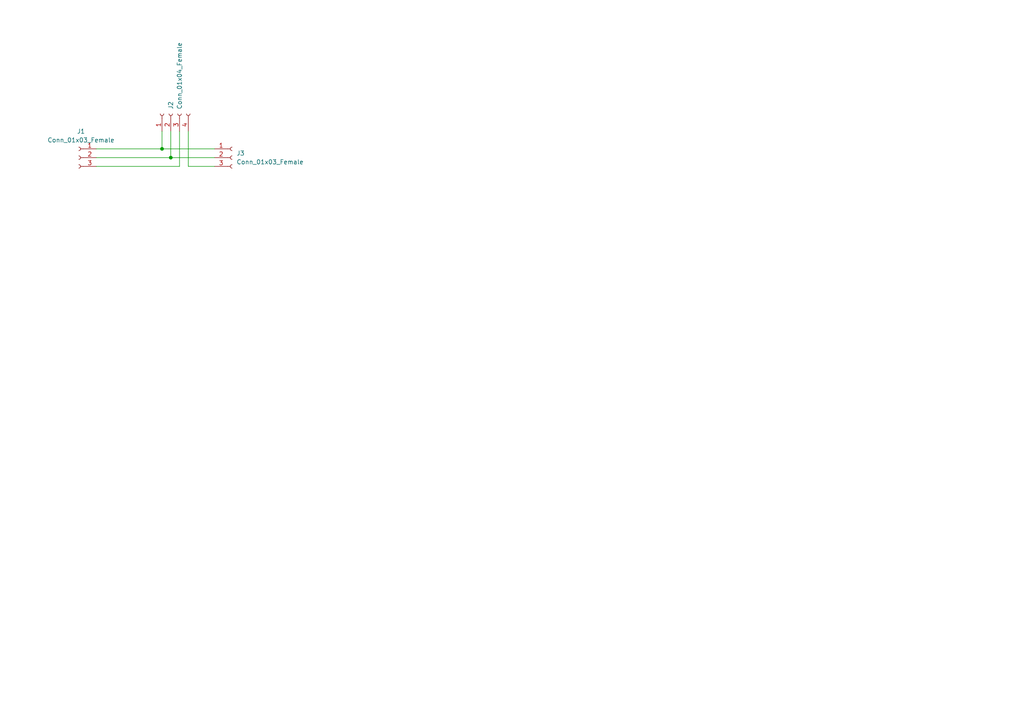
<source format=kicad_sch>
(kicad_sch (version 20211123) (generator eeschema)
  (paper "A4")
  (lib_symbols
    (symbol "Connector:Conn_01x03_Female" (pin_names (offset 1.016) hide)
      (property "Reference" "J" (at 0 5.08 0))
      (property "Value" "Conn_01x03_Female" (at 0 -5.08 0))
      (symbol "Conn_01x03_Female_1_1"
        (arc (start 0 -2.032) (mid -0.508 -2.54) (end 0 -3.048) (stroke (width 0.1524)))
        (polyline (pts (xy -1.27 -2.54) (xy -0.508 -2.54)) (stroke (width 0.1524)))
        (polyline (pts (xy -1.27 0) (xy -0.508 0)) (stroke (width 0.1524)))
        (polyline (pts (xy -1.27 2.54) (xy -0.508 2.54)) (stroke (width 0.1524)))
        (arc (start 0 0.508) (mid -0.508 0) (end 0 -0.508) (stroke (width 0.1524)))
        (arc (start 0 3.048) (mid -0.508 2.54) (end 0 2.032) (stroke (width 0.1524)))
        (pin passive line (at -5.08 2.54 0) (length 3.81) (name "Pin_1") (number "1"))
        (pin passive line (at -5.08 0 0) (length 3.81) (name "Pin_2") (number "2"))
        (pin passive line (at -5.08 -2.54 0) (length 3.81) (name "Pin_3") (number "3"))
      )
    )
    (symbol "Connector:Conn_01x04_Female" (pin_names (offset 1.016) hide)
      (property "Reference" "J" (at 0 5.08 0))
      (property "Value" "Conn_01x04_Female" (at 0 -7.62 0))
      (symbol "Conn_01x04_Female_1_1"
        (arc (start 0 -4.572) (mid -0.508 -5.08) (end 0 -5.588) (stroke (width 0.1524)))
        (arc (start 0 -2.032) (mid -0.508 -2.54) (end 0 -3.048) (stroke (width 0.1524)))
        (polyline (pts (xy -1.27 -5.08) (xy -0.508 -5.08)) (stroke (width 0.1524)))
        (polyline (pts (xy -1.27 -2.54) (xy -0.508 -2.54)) (stroke (width 0.1524)))
        (polyline (pts (xy -1.27 0) (xy -0.508 0)) (stroke (width 0.1524)))
        (polyline (pts (xy -1.27 2.54) (xy -0.508 2.54)) (stroke (width 0.1524)))
        (arc (start 0 0.508) (mid -0.508 0) (end 0 -0.508) (stroke (width 0.1524)))
        (arc (start 0 3.048) (mid -0.508 2.54) (end 0 2.032) (stroke (width 0.1524)))
        (pin passive line (at -5.08 2.54 0) (length 3.81) (name "Pin_1") (number "1"))
        (pin passive line (at -5.08 0 0) (length 3.81) (name "Pin_2") (number "2"))
        (pin passive line (at -5.08 -2.54 0) (length 3.81) (name "Pin_3") (number "3"))
        (pin passive line (at -5.08 -5.08 0) (length 3.81) (name "Pin_4") (number "4"))
      )
    )
  )
  (junction (at 49.53 45.72))
  (junction (at 46.99 43.18))
  (wire (pts (xy 52.07 48.26) (xy 52.07 38.1)))
  (wire (pts (xy 27.94 43.18) (xy 46.99 43.18)))
  (wire (pts (xy 49.53 45.72) (xy 62.23 45.72)))
  (wire (pts (xy 54.61 48.26) (xy 62.23 48.26)))
  (wire (pts (xy 27.94 45.72) (xy 49.53 45.72)))
  (wire (pts (xy 54.61 38.1) (xy 54.61 48.26)))
  (wire (pts (xy 27.94 48.26) (xy 52.07 48.26)))
  (wire (pts (xy 46.99 43.18) (xy 46.99 38.1)))
  (wire (pts (xy 49.53 38.1) (xy 49.53 45.72)))
  (wire (pts (xy 46.99 43.18) (xy 62.23 43.18)))
  (symbol (lib_id "Connector:Conn_01x04_Female") (at 49.53 33.02 90) (unit 1)
    (property "Reference" "J2" (at 49.5299 31.75 0) (effects (justify left)))
    (property "Value" "Conn_01x04_Female" (at 52.0699 31.75 0) (effects (justify left)))
    (property "Footprint" "SamacSys_Parts:Gniazdo WF kątowe" (effects hide))
  )
  (symbol (lib_id "Connector:Conn_01x03_Female") (at 22.86 45.72 0) (mirror y) (unit 1)
    (property "Reference" "J1" (at 23.495 38.1 0))
    (property "Value" "Conn_01x03_Female" (at 23.495 40.64 0))
    (property "Footprint" "Connector_Molex:Molex_Mini-Fit_Jr_5569-04A2_2x02_P4.20mm_Horizontal" (effects hide))
  )
  (symbol (lib_id "Connector:Conn_01x03_Female") (at 67.31 45.72 0) (unit 1)
    (property "Reference" "J3" (at 68.58 44.4499 0) (effects (justify left)))
    (property "Value" "Conn_01x03_Female" (at 68.58 46.9899 0) (effects (justify left)))
    (property "Footprint" "Connector_Molex:Molex_Mini-Fit_Jr_5569-04A2_2x02_P4.20mm_Horizontal" (effects hide))
  )
)
</source>
